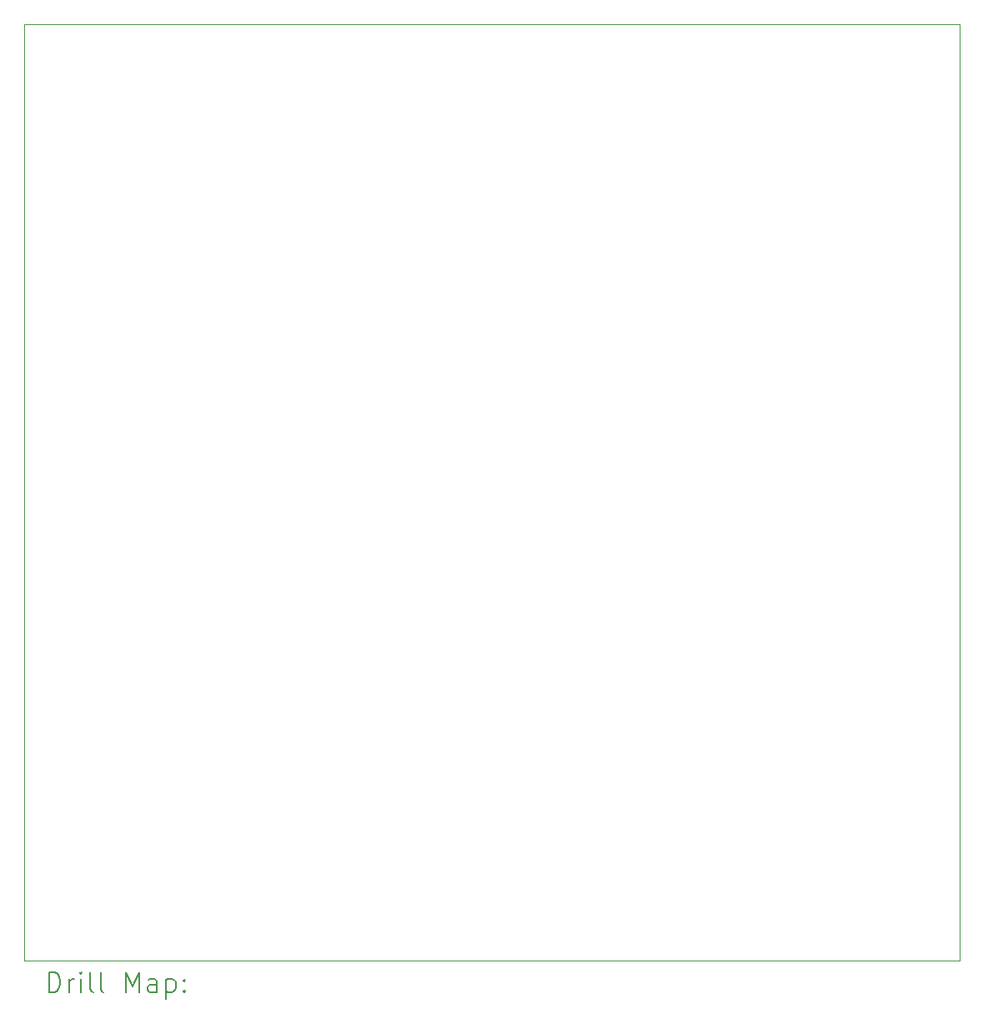
<source format=gbr>
%TF.GenerationSoftware,KiCad,Pcbnew,7.0.8*%
%TF.CreationDate,2024-01-29T21:33:27+01:00*%
%TF.ProjectId,cube-motherboard,63756265-2d6d-46f7-9468-6572626f6172,rev?*%
%TF.SameCoordinates,Original*%
%TF.FileFunction,Drillmap*%
%TF.FilePolarity,Positive*%
%FSLAX45Y45*%
G04 Gerber Fmt 4.5, Leading zero omitted, Abs format (unit mm)*
G04 Created by KiCad (PCBNEW 7.0.8) date 2024-01-29 21:33:27*
%MOMM*%
%LPD*%
G01*
G04 APERTURE LIST*
%ADD10C,0.100000*%
%ADD11C,0.200000*%
G04 APERTURE END LIST*
D10*
X2000000Y-2000000D02*
X11500000Y-2000000D01*
X11500000Y-11500000D01*
X2000000Y-11500000D01*
X2000000Y-2000000D01*
D11*
X2255777Y-11816484D02*
X2255777Y-11616484D01*
X2255777Y-11616484D02*
X2303396Y-11616484D01*
X2303396Y-11616484D02*
X2331967Y-11626008D01*
X2331967Y-11626008D02*
X2351015Y-11645055D01*
X2351015Y-11645055D02*
X2360539Y-11664103D01*
X2360539Y-11664103D02*
X2370063Y-11702198D01*
X2370063Y-11702198D02*
X2370063Y-11730769D01*
X2370063Y-11730769D02*
X2360539Y-11768865D01*
X2360539Y-11768865D02*
X2351015Y-11787912D01*
X2351015Y-11787912D02*
X2331967Y-11806960D01*
X2331967Y-11806960D02*
X2303396Y-11816484D01*
X2303396Y-11816484D02*
X2255777Y-11816484D01*
X2455777Y-11816484D02*
X2455777Y-11683150D01*
X2455777Y-11721246D02*
X2465301Y-11702198D01*
X2465301Y-11702198D02*
X2474824Y-11692674D01*
X2474824Y-11692674D02*
X2493872Y-11683150D01*
X2493872Y-11683150D02*
X2512920Y-11683150D01*
X2579586Y-11816484D02*
X2579586Y-11683150D01*
X2579586Y-11616484D02*
X2570063Y-11626008D01*
X2570063Y-11626008D02*
X2579586Y-11635531D01*
X2579586Y-11635531D02*
X2589110Y-11626008D01*
X2589110Y-11626008D02*
X2579586Y-11616484D01*
X2579586Y-11616484D02*
X2579586Y-11635531D01*
X2703396Y-11816484D02*
X2684348Y-11806960D01*
X2684348Y-11806960D02*
X2674824Y-11787912D01*
X2674824Y-11787912D02*
X2674824Y-11616484D01*
X2808158Y-11816484D02*
X2789110Y-11806960D01*
X2789110Y-11806960D02*
X2779586Y-11787912D01*
X2779586Y-11787912D02*
X2779586Y-11616484D01*
X3036729Y-11816484D02*
X3036729Y-11616484D01*
X3036729Y-11616484D02*
X3103396Y-11759341D01*
X3103396Y-11759341D02*
X3170062Y-11616484D01*
X3170062Y-11616484D02*
X3170062Y-11816484D01*
X3351015Y-11816484D02*
X3351015Y-11711722D01*
X3351015Y-11711722D02*
X3341491Y-11692674D01*
X3341491Y-11692674D02*
X3322443Y-11683150D01*
X3322443Y-11683150D02*
X3284348Y-11683150D01*
X3284348Y-11683150D02*
X3265301Y-11692674D01*
X3351015Y-11806960D02*
X3331967Y-11816484D01*
X3331967Y-11816484D02*
X3284348Y-11816484D01*
X3284348Y-11816484D02*
X3265301Y-11806960D01*
X3265301Y-11806960D02*
X3255777Y-11787912D01*
X3255777Y-11787912D02*
X3255777Y-11768865D01*
X3255777Y-11768865D02*
X3265301Y-11749817D01*
X3265301Y-11749817D02*
X3284348Y-11740293D01*
X3284348Y-11740293D02*
X3331967Y-11740293D01*
X3331967Y-11740293D02*
X3351015Y-11730769D01*
X3446253Y-11683150D02*
X3446253Y-11883150D01*
X3446253Y-11692674D02*
X3465301Y-11683150D01*
X3465301Y-11683150D02*
X3503396Y-11683150D01*
X3503396Y-11683150D02*
X3522443Y-11692674D01*
X3522443Y-11692674D02*
X3531967Y-11702198D01*
X3531967Y-11702198D02*
X3541491Y-11721246D01*
X3541491Y-11721246D02*
X3541491Y-11778388D01*
X3541491Y-11778388D02*
X3531967Y-11797436D01*
X3531967Y-11797436D02*
X3522443Y-11806960D01*
X3522443Y-11806960D02*
X3503396Y-11816484D01*
X3503396Y-11816484D02*
X3465301Y-11816484D01*
X3465301Y-11816484D02*
X3446253Y-11806960D01*
X3627205Y-11797436D02*
X3636729Y-11806960D01*
X3636729Y-11806960D02*
X3627205Y-11816484D01*
X3627205Y-11816484D02*
X3617682Y-11806960D01*
X3617682Y-11806960D02*
X3627205Y-11797436D01*
X3627205Y-11797436D02*
X3627205Y-11816484D01*
X3627205Y-11692674D02*
X3636729Y-11702198D01*
X3636729Y-11702198D02*
X3627205Y-11711722D01*
X3627205Y-11711722D02*
X3617682Y-11702198D01*
X3617682Y-11702198D02*
X3627205Y-11692674D01*
X3627205Y-11692674D02*
X3627205Y-11711722D01*
M02*

</source>
